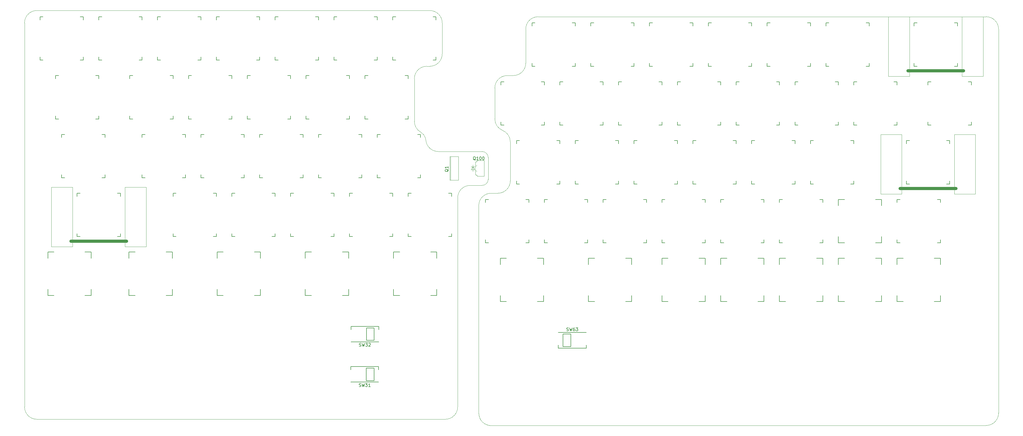
<source format=gbr>
G04 #@! TF.GenerationSoftware,KiCad,Pcbnew,(5.1.4)-1*
G04 #@! TF.CreationDate,2020-03-09T13:06:10+09:00*
G04 #@! TF.ProjectId,skc03,736b6330-332e-46b6-9963-61645f706362,03*
G04 #@! TF.SameCoordinates,PX7565b60PY115170f0*
G04 #@! TF.FileFunction,Legend,Top*
G04 #@! TF.FilePolarity,Positive*
%FSLAX46Y46*%
G04 Gerber Fmt 4.6, Leading zero omitted, Abs format (unit mm)*
G04 Created by KiCad (PCBNEW (5.1.4)-1) date 2020-03-09 13:06:10*
%MOMM*%
%LPD*%
G04 APERTURE LIST*
%ADD10C,0.100000*%
%ADD11C,0.120000*%
%ADD12C,1.000000*%
%ADD13C,0.150000*%
G04 APERTURE END LIST*
D10*
X160228499Y7380001D02*
X320228499Y7380001D01*
X156228499Y73830000D02*
X156228499Y78380000D01*
X9424988Y14702327D02*
X9424987Y137379276D01*
X324228499Y11380001D02*
G75*
G02X320228499Y7380001I-4000000J0D01*
G01*
X144422749Y127380726D02*
X144422749Y137379276D01*
X171417299Y135380001D02*
G75*
G02X175417299Y139380001I4000000J0D01*
G01*
X171417299Y135380001D02*
X171417299Y124380000D01*
X13424987Y141379275D02*
X140422750Y141379275D01*
X171417299Y124380000D02*
G75*
G02X167417299Y120380000I-4000000J0D01*
G01*
X320228499Y139380001D02*
G75*
G02X324228499Y135380001I0J-4000000D01*
G01*
X324228499Y11380001D02*
X324228499Y135380001D01*
X165424999Y120380001D02*
X167417299Y120380001D01*
X161425000Y116380001D02*
G75*
G02X165424999Y120380000I3999999J0D01*
G01*
X320228499Y139380001D02*
X175417299Y139380000D01*
X9424988Y137379276D02*
G75*
G02X13424987Y141379275I3999999J0D01*
G01*
X140422750Y141379275D02*
G75*
G02X144422749Y137379276I0J-3999999D01*
G01*
X137476198Y102095543D02*
G75*
G02X135423087Y105589770I1946889J3494227D01*
G01*
X161424999Y106380001D02*
X161425000Y116380001D01*
X163924999Y102671902D02*
G75*
G02X161424999Y106380001I1500000J3708099D01*
G01*
X163925000Y102671900D02*
G75*
G02X166424999Y98963802I-1500000J-3708098D01*
G01*
X166424999Y86380000D02*
X166424999Y98963802D01*
X166424999Y86380000D02*
G75*
G02X162424999Y82380000I-4000000J0D01*
G01*
X160228499Y82380000D02*
X162424999Y82380000D01*
X156228499Y78380000D02*
G75*
G02X160228499Y82380000I4000000J0D01*
G01*
X156228499Y11380001D02*
X156228499Y73830000D01*
X149424988Y80899507D02*
X149424988Y13379275D01*
X149424988Y80899506D02*
G75*
G02X153424976Y84899507I4000000J1D01*
G01*
X157294948Y84899519D02*
X153424976Y84899507D01*
X159294942Y86899517D02*
G75*
G02X157294948Y84899519I-1999999J1D01*
G01*
X159294943Y93859517D02*
X159294943Y86899518D01*
X157294943Y95859517D02*
G75*
G02X159294943Y93859517I0J-2000000D01*
G01*
X143119168Y95859515D02*
X157294942Y95859517D01*
X143119169Y95859515D02*
G75*
G02X139140013Y99451681I-1J4000000D01*
G01*
X138949998Y100325416D02*
G75*
G02X139140013Y99451681I-3789139J-1281568D01*
G01*
X137476198Y102095543D02*
G75*
G02X138949998Y100325416I-1557511J-2795381D01*
G01*
X156247761Y10987932D02*
X156228499Y11380001D01*
X156305358Y10599639D02*
X156247761Y10987932D01*
X156400738Y10218862D02*
X156305358Y10599639D01*
X156532981Y9849267D02*
X156400738Y10218862D01*
X156700814Y9494414D02*
X156532981Y9849267D01*
X156902621Y9157720D02*
X156700814Y9494414D01*
X157136458Y8842427D02*
X156902621Y9157720D01*
X157400072Y8551573D02*
X157136458Y8842427D01*
X157690926Y8287959D02*
X157400072Y8551573D01*
X158006219Y8054122D02*
X157690926Y8287959D01*
X158342913Y7852315D02*
X158006219Y8054122D01*
X158697766Y7684482D02*
X158342913Y7852315D01*
X159067361Y7552239D02*
X158697766Y7684482D01*
X159448138Y7456859D02*
X159067361Y7552239D01*
X159836431Y7399262D02*
X159448138Y7456859D01*
X160228499Y7380001D02*
X159836431Y7399262D01*
X149424988Y13379275D02*
G75*
G02X145424988Y9379275I-4000000J0D01*
G01*
X135423087Y119380727D02*
X135423087Y105589770D01*
X135423088Y119380727D02*
G75*
G02X139423087Y123380726I3999999J0D01*
G01*
X140422750Y123380727D02*
X139423087Y123380726D01*
X144422749Y127380726D02*
G75*
G02X140422750Y123380727I-3999999J0D01*
G01*
X145424988Y9379275D02*
X13424987Y9379275D01*
X9424987Y13379275D02*
X9424988Y14702327D01*
X13424987Y9379275D02*
G75*
G02X9424987Y13379275I0J4000000D01*
G01*
D11*
G04 #@! TO.C,SW39*
X288624999Y139365001D02*
X288624999Y120125001D01*
X288624999Y120125001D02*
X295424999Y120125001D01*
X295424999Y139365001D02*
X295424999Y120125001D01*
X288624999Y139365001D02*
X295424999Y139365001D01*
X312424999Y139365001D02*
X312424999Y120125001D01*
X312424999Y120125001D02*
X319224999Y120125001D01*
X319224999Y139365001D02*
X319224999Y120125001D01*
X312424999Y139365001D02*
X319224999Y139365001D01*
D12*
X294924999Y121880001D02*
X312924999Y121880001D01*
D13*
X297924999Y123380001D02*
X296924999Y123380001D01*
X296924999Y124380001D02*
X296924999Y123380001D01*
X310924999Y137380001D02*
X309924999Y137380001D01*
X310924999Y136380001D02*
X310924999Y137380001D01*
X310924999Y123380001D02*
X310924999Y124380001D01*
X309924999Y123380001D02*
X310924999Y123380001D01*
X296924999Y137380001D02*
X297924999Y137380001D01*
X296924999Y136380001D02*
X296924999Y137380001D01*
G04 #@! TO.C,SW69*
X291424999Y61380001D02*
X291424999Y59380001D01*
X293424999Y61380001D02*
X291424999Y61380001D01*
X291424999Y47380001D02*
X293424999Y47380001D01*
X291424999Y49380001D02*
X291424999Y47380001D01*
X305424999Y47380001D02*
X303424999Y47380001D01*
X305424999Y49380001D02*
X305424999Y47380001D01*
X305424999Y61380001D02*
X305424999Y59380001D01*
X303424999Y61380001D02*
X305424999Y61380001D01*
G04 #@! TO.C,SW66*
X215424999Y61380001D02*
X215424999Y59380001D01*
X217424999Y61380001D02*
X215424999Y61380001D01*
X215424999Y47380001D02*
X217424999Y47380001D01*
X215424999Y49380001D02*
X215424999Y47380001D01*
X229424999Y47380001D02*
X227424999Y47380001D01*
X229424999Y49380001D02*
X229424999Y47380001D01*
X229424999Y61380001D02*
X229424999Y59380001D01*
X227424999Y61380001D02*
X229424999Y61380001D01*
G04 #@! TO.C,SW70*
X272424999Y61380001D02*
X272424999Y59380001D01*
X274424999Y61380001D02*
X272424999Y61380001D01*
X272424999Y47380001D02*
X274424999Y47380001D01*
X272424999Y49380001D02*
X272424999Y47380001D01*
X286424999Y47380001D02*
X284424999Y47380001D01*
X286424999Y49380001D02*
X286424999Y47380001D01*
X286424999Y61380001D02*
X286424999Y59380001D01*
X284424999Y61380001D02*
X286424999Y61380001D01*
G04 #@! TO.C,SW61*
X272424999Y80380001D02*
X272424999Y78380001D01*
X274424999Y80380001D02*
X272424999Y80380001D01*
X272424999Y66380001D02*
X274424999Y66380001D01*
X272424999Y68380001D02*
X272424999Y66380001D01*
X286424999Y66380001D02*
X284424999Y66380001D01*
X286424999Y68380001D02*
X286424999Y66380001D01*
X286424999Y80380001D02*
X286424999Y78380001D01*
X284424999Y80380001D02*
X286424999Y80380001D01*
G04 #@! TO.C,SW68*
X253424999Y61380001D02*
X253424999Y59380001D01*
X255424999Y61380001D02*
X253424999Y61380001D01*
X253424999Y47380001D02*
X255424999Y47380001D01*
X253424999Y49380001D02*
X253424999Y47380001D01*
X267424999Y47380001D02*
X265424999Y47380001D01*
X267424999Y49380001D02*
X267424999Y47380001D01*
X267424999Y61380001D02*
X267424999Y59380001D01*
X265424999Y61380001D02*
X267424999Y61380001D01*
G04 #@! TO.C,SW67*
X234424999Y61380001D02*
X234424999Y59380001D01*
X236424999Y61380001D02*
X234424999Y61380001D01*
X234424999Y47380001D02*
X236424999Y47380001D01*
X234424999Y49380001D02*
X234424999Y47380001D01*
X248424999Y47380001D02*
X246424999Y47380001D01*
X248424999Y49380001D02*
X248424999Y47380001D01*
X248424999Y61380001D02*
X248424999Y59380001D01*
X246424999Y61380001D02*
X248424999Y61380001D01*
G04 #@! TO.C,SW28*
X71675000Y63380000D02*
X71675000Y61380000D01*
X73675000Y63380000D02*
X71675000Y63380000D01*
X71675000Y49380000D02*
X73675000Y49380000D01*
X71675000Y51380000D02*
X71675000Y49380000D01*
X85675000Y49380000D02*
X83675000Y49380000D01*
X85675000Y51380000D02*
X85675000Y49380000D01*
X85675000Y63380000D02*
X85675000Y61380000D01*
X83675000Y63380000D02*
X85675000Y63380000D01*
G04 #@! TO.C,SW29*
X100175000Y63380000D02*
X100175000Y61380000D01*
X102175000Y63380000D02*
X100175000Y63380000D01*
X100175000Y49380000D02*
X102175000Y49380000D01*
X100175000Y51380000D02*
X100175000Y49380000D01*
X114175000Y49380000D02*
X112175000Y49380000D01*
X114175000Y51380000D02*
X114175000Y49380000D01*
X114175000Y63380000D02*
X114175000Y61380000D01*
X112175000Y63380000D02*
X114175000Y63380000D01*
G04 #@! TO.C,SW27*
X43175000Y63380000D02*
X43175000Y61380000D01*
X45175000Y63380000D02*
X43175000Y63380000D01*
X43175000Y49380000D02*
X45175000Y49380000D01*
X43175000Y51380000D02*
X43175000Y49380000D01*
X57175000Y49380000D02*
X55175000Y49380000D01*
X57175000Y51380000D02*
X57175000Y49380000D01*
X57175000Y63380000D02*
X57175000Y61380000D01*
X55175000Y63380000D02*
X57175000Y63380000D01*
G04 #@! TO.C,SW65*
X191674999Y61380001D02*
X191674999Y59380001D01*
X193674999Y61380001D02*
X191674999Y61380001D01*
X191674999Y47380001D02*
X193674999Y47380001D01*
X191674999Y49380001D02*
X191674999Y47380001D01*
X205674999Y47380001D02*
X203674999Y47380001D01*
X205674999Y49380001D02*
X205674999Y47380001D01*
X205674999Y61380001D02*
X205674999Y59380001D01*
X203674999Y61380001D02*
X205674999Y61380001D01*
G04 #@! TO.C,SW64*
X163174999Y61380001D02*
X163174999Y59380001D01*
X165174999Y61380001D02*
X163174999Y61380001D01*
X163174999Y47380001D02*
X165174999Y47380001D01*
X163174999Y49380001D02*
X163174999Y47380001D01*
X177174999Y47380001D02*
X175174999Y47380001D01*
X177174999Y49380001D02*
X177174999Y47380001D01*
X177174999Y61380001D02*
X177174999Y59380001D01*
X175174999Y61380001D02*
X177174999Y61380001D01*
G04 #@! TO.C,SW30*
X128675000Y63380000D02*
X128675000Y61380000D01*
X130675000Y63380000D02*
X128675000Y63380000D01*
X128675000Y49380000D02*
X130675000Y49380000D01*
X128675000Y51380000D02*
X128675000Y49380000D01*
X142675000Y49380000D02*
X140675000Y49380000D01*
X142675000Y51380000D02*
X142675000Y49380000D01*
X142675000Y63380000D02*
X142675000Y61380000D01*
X140675000Y63380000D02*
X142675000Y63380000D01*
G04 #@! TO.C,SW26*
X16956960Y63380000D02*
X16956960Y61380000D01*
X18956960Y63380000D02*
X16956960Y63380000D01*
X16956960Y49380000D02*
X18956960Y49380000D01*
X16956960Y51380000D02*
X16956960Y49380000D01*
X30956960Y49380000D02*
X28956960Y49380000D01*
X30956960Y51380000D02*
X30956960Y49380000D01*
X30956960Y63380000D02*
X30956960Y61380000D01*
X28956960Y63380000D02*
X30956960Y63380000D01*
D11*
G04 #@! TO.C,SW20*
X41925000Y84365000D02*
X41925000Y65125000D01*
X41925000Y65125000D02*
X48725000Y65125000D01*
X48725000Y84365000D02*
X48725000Y65125000D01*
X41925000Y84365000D02*
X48725000Y84365000D01*
X18125000Y84365000D02*
X18125000Y65125000D01*
X24925000Y65125000D02*
X18125000Y65125000D01*
X24925000Y84365000D02*
X24925000Y65125000D01*
X18125000Y84365000D02*
X24925000Y84365000D01*
D12*
X24425000Y66880000D02*
X42425000Y66880000D01*
D13*
X27425000Y68380000D02*
X26425000Y68380000D01*
X26425000Y69380000D02*
X26425000Y68380000D01*
X40425000Y82380000D02*
X39425000Y82380000D01*
X40425000Y81380000D02*
X40425000Y82380000D01*
X40425000Y68380000D02*
X40425000Y69380000D01*
X39425000Y68380000D02*
X40425000Y68380000D01*
X26425000Y82380000D02*
X27425000Y82380000D01*
X26425000Y81380000D02*
X26425000Y82380000D01*
D11*
G04 #@! TO.C,SW54*
X309924999Y101365001D02*
X309924999Y82125001D01*
X309924999Y82125001D02*
X316724999Y82125001D01*
X316724999Y101365001D02*
X316724999Y82125001D01*
X309924999Y101365001D02*
X316724999Y101365001D01*
X286124999Y101365001D02*
X286124999Y82125001D01*
X292924999Y82125001D02*
X286124999Y82125001D01*
X292924999Y101365001D02*
X292924999Y82125001D01*
X286124999Y101365001D02*
X292924999Y101365001D01*
D12*
X292424999Y83880001D02*
X310424999Y83880001D01*
D13*
X295424999Y85380001D02*
X294424999Y85380001D01*
X294424999Y86380001D02*
X294424999Y85380001D01*
X308424999Y99380001D02*
X307424999Y99380001D01*
X308424999Y98380001D02*
X308424999Y99380001D01*
X308424999Y85380001D02*
X308424999Y86380001D01*
X307424999Y85380001D02*
X308424999Y85380001D01*
X294424999Y99380001D02*
X295424999Y99380001D01*
X294424999Y98380001D02*
X294424999Y99380001D01*
G04 #@! TO.C,SW14*
X22425000Y87380000D02*
X21425000Y87380000D01*
X21425000Y88380000D02*
X21425000Y87380000D01*
X35425000Y101380000D02*
X34425000Y101380000D01*
X35425000Y100380000D02*
X35425000Y101380000D01*
X35425000Y87380000D02*
X35425000Y88380000D01*
X34425000Y87380000D02*
X35425000Y87380000D01*
X21425000Y101380000D02*
X22425000Y101380000D01*
X21425000Y100380000D02*
X21425000Y101380000D01*
G04 #@! TO.C,SW47*
X302424999Y104380001D02*
X301424999Y104380001D01*
X301424999Y105380001D02*
X301424999Y104380001D01*
X315424999Y118380001D02*
X314424999Y118380001D01*
X315424999Y117380001D02*
X315424999Y118380001D01*
X315424999Y104380001D02*
X315424999Y105380001D01*
X314424999Y104380001D02*
X315424999Y104380001D01*
X301424999Y118380001D02*
X302424999Y118380001D01*
X301424999Y117380001D02*
X301424999Y118380001D01*
G04 #@! TO.C,SW8*
X20425000Y106380000D02*
X19425000Y106380000D01*
X19425000Y107380000D02*
X19425000Y106380000D01*
X33425000Y120380000D02*
X32425000Y120380000D01*
X33425000Y119380000D02*
X33425000Y120380000D01*
X33425000Y106380000D02*
X33425000Y107380000D01*
X32425000Y106380000D02*
X33425000Y106380000D01*
X19425000Y120380000D02*
X20425000Y120380000D01*
X19425000Y119380000D02*
X19425000Y120380000D01*
G04 #@! TO.C,SW3*
X53425000Y125380000D02*
X52425000Y125380000D01*
X52425000Y126380000D02*
X52425000Y125380000D01*
X66425000Y139380000D02*
X65425000Y139380000D01*
X66425000Y138380000D02*
X66425000Y139380000D01*
X66425000Y125380000D02*
X66425000Y126380000D01*
X65425000Y125380000D02*
X66425000Y125380000D01*
X52425000Y139380000D02*
X53425000Y139380000D01*
X52425000Y138380000D02*
X52425000Y139380000D01*
G04 #@! TO.C,SW19*
X124425000Y87380000D02*
X123425000Y87380000D01*
X123425000Y88380000D02*
X123425000Y87380000D01*
X137425000Y101380000D02*
X136425000Y101380000D01*
X137425000Y100380000D02*
X137425000Y101380000D01*
X137425000Y87380000D02*
X137425000Y88380000D01*
X136425000Y87380000D02*
X137425000Y87380000D01*
X123425000Y101380000D02*
X124425000Y101380000D01*
X123425000Y100380000D02*
X123425000Y101380000D01*
G04 #@! TO.C,SW6*
X110425000Y125380000D02*
X109425000Y125380000D01*
X109425000Y126380000D02*
X109425000Y125380000D01*
X123425000Y139380000D02*
X122425000Y139380000D01*
X123425000Y138380000D02*
X123425000Y139380000D01*
X123425000Y125380000D02*
X123425000Y126380000D01*
X122425000Y125380000D02*
X123425000Y125380000D01*
X109425000Y139380000D02*
X110425000Y139380000D01*
X109425000Y138380000D02*
X109425000Y139380000D01*
G04 #@! TO.C,SW24*
X115425000Y68380000D02*
X114425000Y68380000D01*
X114425000Y69380000D02*
X114425000Y68380000D01*
X128425000Y82380000D02*
X127425000Y82380000D01*
X128425000Y81380000D02*
X128425000Y82380000D01*
X128425000Y68380000D02*
X128425000Y69380000D01*
X127425000Y68380000D02*
X128425000Y68380000D01*
X114425000Y82380000D02*
X115425000Y82380000D01*
X114425000Y81380000D02*
X114425000Y82380000D01*
G04 #@! TO.C,SW44*
X240424999Y104380001D02*
X239424999Y104380001D01*
X239424999Y105380001D02*
X239424999Y104380001D01*
X253424999Y118380001D02*
X252424999Y118380001D01*
X253424999Y117380001D02*
X253424999Y118380001D01*
X253424999Y104380001D02*
X253424999Y105380001D01*
X252424999Y104380001D02*
X253424999Y104380001D01*
X239424999Y118380001D02*
X240424999Y118380001D01*
X239424999Y117380001D02*
X239424999Y118380001D01*
G04 #@! TO.C,SW62*
X292424999Y66380001D02*
X291424999Y66380001D01*
X291424999Y67380001D02*
X291424999Y66380001D01*
X305424999Y80380001D02*
X304424999Y80380001D01*
X305424999Y79380001D02*
X305424999Y80380001D01*
X305424999Y66380001D02*
X305424999Y67380001D01*
X304424999Y66380001D02*
X305424999Y66380001D01*
X291424999Y80380001D02*
X292424999Y80380001D01*
X291424999Y79380001D02*
X291424999Y80380001D01*
G04 #@! TO.C,SW60*
X254424999Y66380001D02*
X253424999Y66380001D01*
X253424999Y67380001D02*
X253424999Y66380001D01*
X267424999Y80380001D02*
X266424999Y80380001D01*
X267424999Y79380001D02*
X267424999Y80380001D01*
X267424999Y66380001D02*
X267424999Y67380001D01*
X266424999Y66380001D02*
X267424999Y66380001D01*
X253424999Y80380001D02*
X254424999Y80380001D01*
X253424999Y79380001D02*
X253424999Y80380001D01*
G04 #@! TO.C,SW25*
X134425000Y68380000D02*
X133425000Y68380000D01*
X133425000Y69380000D02*
X133425000Y68380000D01*
X147425000Y82380000D02*
X146425000Y82380000D01*
X147425000Y81380000D02*
X147425000Y82380000D01*
X147425000Y68380000D02*
X147425000Y69380000D01*
X146425000Y68380000D02*
X147425000Y68380000D01*
X133425000Y82380000D02*
X134425000Y82380000D01*
X133425000Y81380000D02*
X133425000Y82380000D01*
G04 #@! TO.C,SW38*
X269424999Y123380001D02*
X268424999Y123380001D01*
X268424999Y124380001D02*
X268424999Y123380001D01*
X282424999Y137380001D02*
X281424999Y137380001D01*
X282424999Y136380001D02*
X282424999Y137380001D01*
X282424999Y123380001D02*
X282424999Y124380001D01*
X281424999Y123380001D02*
X282424999Y123380001D01*
X268424999Y137380001D02*
X269424999Y137380001D01*
X268424999Y136380001D02*
X268424999Y137380001D01*
G04 #@! TO.C,SW59*
X235424999Y66380001D02*
X234424999Y66380001D01*
X234424999Y67380001D02*
X234424999Y66380001D01*
X248424999Y80380001D02*
X247424999Y80380001D01*
X248424999Y79380001D02*
X248424999Y80380001D01*
X248424999Y66380001D02*
X248424999Y67380001D01*
X247424999Y66380001D02*
X248424999Y66380001D01*
X234424999Y80380001D02*
X235424999Y80380001D01*
X234424999Y79380001D02*
X234424999Y80380001D01*
G04 #@! TO.C,SW58*
X216424999Y66380001D02*
X215424999Y66380001D01*
X215424999Y67380001D02*
X215424999Y66380001D01*
X229424999Y80380001D02*
X228424999Y80380001D01*
X229424999Y79380001D02*
X229424999Y80380001D01*
X229424999Y66380001D02*
X229424999Y67380001D01*
X228424999Y66380001D02*
X229424999Y66380001D01*
X215424999Y80380001D02*
X216424999Y80380001D01*
X215424999Y79380001D02*
X215424999Y80380001D01*
G04 #@! TO.C,SW57*
X197424999Y66380001D02*
X196424999Y66380001D01*
X196424999Y67380001D02*
X196424999Y66380001D01*
X210424999Y80380001D02*
X209424999Y80380001D01*
X210424999Y79380001D02*
X210424999Y80380001D01*
X210424999Y66380001D02*
X210424999Y67380001D01*
X209424999Y66380001D02*
X210424999Y66380001D01*
X196424999Y80380001D02*
X197424999Y80380001D01*
X196424999Y79380001D02*
X196424999Y80380001D01*
G04 #@! TO.C,SW56*
X178424999Y66380001D02*
X177424999Y66380001D01*
X177424999Y67380001D02*
X177424999Y66380001D01*
X191424999Y80380001D02*
X190424999Y80380001D01*
X191424999Y79380001D02*
X191424999Y80380001D01*
X191424999Y66380001D02*
X191424999Y67380001D01*
X190424999Y66380001D02*
X191424999Y66380001D01*
X177424999Y80380001D02*
X178424999Y80380001D01*
X177424999Y79380001D02*
X177424999Y80380001D01*
G04 #@! TO.C,SW55*
X159424999Y66380001D02*
X158424999Y66380001D01*
X158424999Y67380001D02*
X158424999Y66380001D01*
X172424999Y80380001D02*
X171424999Y80380001D01*
X172424999Y79380001D02*
X172424999Y80380001D01*
X172424999Y66380001D02*
X172424999Y67380001D01*
X171424999Y66380001D02*
X172424999Y66380001D01*
X158424999Y80380001D02*
X159424999Y80380001D01*
X158424999Y79380001D02*
X158424999Y80380001D01*
G04 #@! TO.C,SW53*
X264424999Y85380001D02*
X263424999Y85380001D01*
X263424999Y86380001D02*
X263424999Y85380001D01*
X277424999Y99380001D02*
X276424999Y99380001D01*
X277424999Y98380001D02*
X277424999Y99380001D01*
X277424999Y85380001D02*
X277424999Y86380001D01*
X276424999Y85380001D02*
X277424999Y85380001D01*
X263424999Y99380001D02*
X264424999Y99380001D01*
X263424999Y98380001D02*
X263424999Y99380001D01*
G04 #@! TO.C,SW52*
X245424999Y85380001D02*
X244424999Y85380001D01*
X244424999Y86380001D02*
X244424999Y85380001D01*
X258424999Y99380001D02*
X257424999Y99380001D01*
X258424999Y98380001D02*
X258424999Y99380001D01*
X258424999Y85380001D02*
X258424999Y86380001D01*
X257424999Y85380001D02*
X258424999Y85380001D01*
X244424999Y99380001D02*
X245424999Y99380001D01*
X244424999Y98380001D02*
X244424999Y99380001D01*
G04 #@! TO.C,SW51*
X226424999Y85380001D02*
X225424999Y85380001D01*
X225424999Y86380001D02*
X225424999Y85380001D01*
X239424999Y99380001D02*
X238424999Y99380001D01*
X239424999Y98380001D02*
X239424999Y99380001D01*
X239424999Y85380001D02*
X239424999Y86380001D01*
X238424999Y85380001D02*
X239424999Y85380001D01*
X225424999Y99380001D02*
X226424999Y99380001D01*
X225424999Y98380001D02*
X225424999Y99380001D01*
G04 #@! TO.C,SW50*
X207424999Y85380001D02*
X206424999Y85380001D01*
X206424999Y86380001D02*
X206424999Y85380001D01*
X220424999Y99380001D02*
X219424999Y99380001D01*
X220424999Y98380001D02*
X220424999Y99380001D01*
X220424999Y85380001D02*
X220424999Y86380001D01*
X219424999Y85380001D02*
X220424999Y85380001D01*
X206424999Y99380001D02*
X207424999Y99380001D01*
X206424999Y98380001D02*
X206424999Y99380001D01*
G04 #@! TO.C,SW49*
X188424999Y85380001D02*
X187424999Y85380001D01*
X187424999Y86380001D02*
X187424999Y85380001D01*
X201424999Y99380001D02*
X200424999Y99380001D01*
X201424999Y98380001D02*
X201424999Y99380001D01*
X201424999Y85380001D02*
X201424999Y86380001D01*
X200424999Y85380001D02*
X201424999Y85380001D01*
X187424999Y99380001D02*
X188424999Y99380001D01*
X187424999Y98380001D02*
X187424999Y99380001D01*
G04 #@! TO.C,SW48*
X169424999Y85380001D02*
X168424999Y85380001D01*
X168424999Y86380001D02*
X168424999Y85380001D01*
X182424999Y99380001D02*
X181424999Y99380001D01*
X182424999Y98380001D02*
X182424999Y99380001D01*
X182424999Y85380001D02*
X182424999Y86380001D01*
X181424999Y85380001D02*
X182424999Y85380001D01*
X168424999Y99380001D02*
X169424999Y99380001D01*
X168424999Y98380001D02*
X168424999Y99380001D01*
G04 #@! TO.C,SW46*
X278424999Y104380001D02*
X277424999Y104380001D01*
X277424999Y105380001D02*
X277424999Y104380001D01*
X291424999Y118380001D02*
X290424999Y118380001D01*
X291424999Y117380001D02*
X291424999Y118380001D01*
X291424999Y104380001D02*
X291424999Y105380001D01*
X290424999Y104380001D02*
X291424999Y104380001D01*
X277424999Y118380001D02*
X278424999Y118380001D01*
X277424999Y117380001D02*
X277424999Y118380001D01*
G04 #@! TO.C,SW45*
X259424999Y104380001D02*
X258424999Y104380001D01*
X258424999Y105380001D02*
X258424999Y104380001D01*
X272424999Y118380001D02*
X271424999Y118380001D01*
X272424999Y117380001D02*
X272424999Y118380001D01*
X272424999Y104380001D02*
X272424999Y105380001D01*
X271424999Y104380001D02*
X272424999Y104380001D01*
X258424999Y118380001D02*
X259424999Y118380001D01*
X258424999Y117380001D02*
X258424999Y118380001D01*
G04 #@! TO.C,SW43*
X221424999Y104380001D02*
X220424999Y104380001D01*
X220424999Y105380001D02*
X220424999Y104380001D01*
X234424999Y118380001D02*
X233424999Y118380001D01*
X234424999Y117380001D02*
X234424999Y118380001D01*
X234424999Y104380001D02*
X234424999Y105380001D01*
X233424999Y104380001D02*
X234424999Y104380001D01*
X220424999Y118380001D02*
X221424999Y118380001D01*
X220424999Y117380001D02*
X220424999Y118380001D01*
G04 #@! TO.C,SW42*
X202424999Y104380001D02*
X201424999Y104380001D01*
X201424999Y105380001D02*
X201424999Y104380001D01*
X215424999Y118380001D02*
X214424999Y118380001D01*
X215424999Y117380001D02*
X215424999Y118380001D01*
X215424999Y104380001D02*
X215424999Y105380001D01*
X214424999Y104380001D02*
X215424999Y104380001D01*
X201424999Y118380001D02*
X202424999Y118380001D01*
X201424999Y117380001D02*
X201424999Y118380001D01*
G04 #@! TO.C,SW41*
X183424999Y104380001D02*
X182424999Y104380001D01*
X182424999Y105380001D02*
X182424999Y104380001D01*
X196424999Y118380001D02*
X195424999Y118380001D01*
X196424999Y117380001D02*
X196424999Y118380001D01*
X196424999Y104380001D02*
X196424999Y105380001D01*
X195424999Y104380001D02*
X196424999Y104380001D01*
X182424999Y118380001D02*
X183424999Y118380001D01*
X182424999Y117380001D02*
X182424999Y118380001D01*
G04 #@! TO.C,SW40*
X164424999Y104380001D02*
X163424999Y104380001D01*
X163424999Y105380001D02*
X163424999Y104380001D01*
X177424999Y118380001D02*
X176424999Y118380001D01*
X177424999Y117380001D02*
X177424999Y118380001D01*
X177424999Y104380001D02*
X177424999Y105380001D01*
X176424999Y104380001D02*
X177424999Y104380001D01*
X163424999Y118380001D02*
X164424999Y118380001D01*
X163424999Y117380001D02*
X163424999Y118380001D01*
G04 #@! TO.C,SW37*
X250424999Y123380001D02*
X249424999Y123380001D01*
X249424999Y124380001D02*
X249424999Y123380001D01*
X263424999Y137380001D02*
X262424999Y137380001D01*
X263424999Y136380001D02*
X263424999Y137380001D01*
X263424999Y123380001D02*
X263424999Y124380001D01*
X262424999Y123380001D02*
X263424999Y123380001D01*
X249424999Y137380001D02*
X250424999Y137380001D01*
X249424999Y136380001D02*
X249424999Y137380001D01*
G04 #@! TO.C,SW36*
X231424999Y123380001D02*
X230424999Y123380001D01*
X230424999Y124380001D02*
X230424999Y123380001D01*
X244424999Y137380001D02*
X243424999Y137380001D01*
X244424999Y136380001D02*
X244424999Y137380001D01*
X244424999Y123380001D02*
X244424999Y124380001D01*
X243424999Y123380001D02*
X244424999Y123380001D01*
X230424999Y137380001D02*
X231424999Y137380001D01*
X230424999Y136380001D02*
X230424999Y137380001D01*
G04 #@! TO.C,SW35*
X212424999Y123380001D02*
X211424999Y123380001D01*
X211424999Y124380001D02*
X211424999Y123380001D01*
X225424999Y137380001D02*
X224424999Y137380001D01*
X225424999Y136380001D02*
X225424999Y137380001D01*
X225424999Y123380001D02*
X225424999Y124380001D01*
X224424999Y123380001D02*
X225424999Y123380001D01*
X211424999Y137380001D02*
X212424999Y137380001D01*
X211424999Y136380001D02*
X211424999Y137380001D01*
G04 #@! TO.C,SW34*
X193424999Y123380001D02*
X192424999Y123380001D01*
X192424999Y124380001D02*
X192424999Y123380001D01*
X206424999Y137380001D02*
X205424999Y137380001D01*
X206424999Y136380001D02*
X206424999Y137380001D01*
X206424999Y123380001D02*
X206424999Y124380001D01*
X205424999Y123380001D02*
X206424999Y123380001D01*
X192424999Y137380001D02*
X193424999Y137380001D01*
X192424999Y136380001D02*
X192424999Y137380001D01*
G04 #@! TO.C,SW33*
X174424999Y123380001D02*
X173424999Y123380001D01*
X173424999Y124380001D02*
X173424999Y123380001D01*
X187424999Y137380001D02*
X186424999Y137380001D01*
X187424999Y136380001D02*
X187424999Y137380001D01*
X187424999Y123380001D02*
X187424999Y124380001D01*
X186424999Y123380001D02*
X187424999Y123380001D01*
X173424999Y137380001D02*
X174424999Y137380001D01*
X173424999Y136380001D02*
X173424999Y137380001D01*
G04 #@! TO.C,SW23*
X96425000Y68380000D02*
X95425000Y68380000D01*
X95425000Y69380000D02*
X95425000Y68380000D01*
X109425000Y82380000D02*
X108425000Y82380000D01*
X109425000Y81380000D02*
X109425000Y82380000D01*
X109425000Y68380000D02*
X109425000Y69380000D01*
X108425000Y68380000D02*
X109425000Y68380000D01*
X95425000Y82380000D02*
X96425000Y82380000D01*
X95425000Y81380000D02*
X95425000Y82380000D01*
G04 #@! TO.C,SW22*
X77425000Y68380000D02*
X76425000Y68380000D01*
X76425000Y69380000D02*
X76425000Y68380000D01*
X90425000Y82380000D02*
X89425000Y82380000D01*
X90425000Y81380000D02*
X90425000Y82380000D01*
X90425000Y68380000D02*
X90425000Y69380000D01*
X89425000Y68380000D02*
X90425000Y68380000D01*
X76425000Y82380000D02*
X77425000Y82380000D01*
X76425000Y81380000D02*
X76425000Y82380000D01*
G04 #@! TO.C,SW21*
X58425000Y68380000D02*
X57425000Y68380000D01*
X57425000Y69380000D02*
X57425000Y68380000D01*
X71425000Y82380000D02*
X70425000Y82380000D01*
X71425000Y81380000D02*
X71425000Y82380000D01*
X71425000Y68380000D02*
X71425000Y69380000D01*
X70425000Y68380000D02*
X71425000Y68380000D01*
X57425000Y82380000D02*
X58425000Y82380000D01*
X57425000Y81380000D02*
X57425000Y82380000D01*
G04 #@! TO.C,SW18*
X105425000Y87380000D02*
X104425000Y87380000D01*
X104425000Y88380000D02*
X104425000Y87380000D01*
X118425000Y101380000D02*
X117425000Y101380000D01*
X118425000Y100380000D02*
X118425000Y101380000D01*
X118425000Y87380000D02*
X118425000Y88380000D01*
X117425000Y87380000D02*
X118425000Y87380000D01*
X104425000Y101380000D02*
X105425000Y101380000D01*
X104425000Y100380000D02*
X104425000Y101380000D01*
G04 #@! TO.C,SW17*
X86425000Y87380000D02*
X85425000Y87380000D01*
X85425000Y88380000D02*
X85425000Y87380000D01*
X99425000Y101380000D02*
X98425000Y101380000D01*
X99425000Y100380000D02*
X99425000Y101380000D01*
X99425000Y87380000D02*
X99425000Y88380000D01*
X98425000Y87380000D02*
X99425000Y87380000D01*
X85425000Y101380000D02*
X86425000Y101380000D01*
X85425000Y100380000D02*
X85425000Y101380000D01*
G04 #@! TO.C,SW16*
X67425000Y87380000D02*
X66425000Y87380000D01*
X66425000Y88380000D02*
X66425000Y87380000D01*
X80425000Y101380000D02*
X79425000Y101380000D01*
X80425000Y100380000D02*
X80425000Y101380000D01*
X80425000Y87380000D02*
X80425000Y88380000D01*
X79425000Y87380000D02*
X80425000Y87380000D01*
X66425000Y101380000D02*
X67425000Y101380000D01*
X66425000Y100380000D02*
X66425000Y101380000D01*
G04 #@! TO.C,SW15*
X48425000Y87380000D02*
X47425000Y87380000D01*
X47425000Y88380000D02*
X47425000Y87380000D01*
X61425000Y101380000D02*
X60425000Y101380000D01*
X61425000Y100380000D02*
X61425000Y101380000D01*
X61425000Y87380000D02*
X61425000Y88380000D01*
X60425000Y87380000D02*
X61425000Y87380000D01*
X47425000Y101380000D02*
X48425000Y101380000D01*
X47425000Y100380000D02*
X47425000Y101380000D01*
G04 #@! TO.C,SW13*
X120425000Y106380000D02*
X119425000Y106380000D01*
X119425000Y107380000D02*
X119425000Y106380000D01*
X133425000Y120380000D02*
X132425000Y120380000D01*
X133425000Y119380000D02*
X133425000Y120380000D01*
X133425000Y106380000D02*
X133425000Y107380000D01*
X132425000Y106380000D02*
X133425000Y106380000D01*
X119425000Y120380000D02*
X120425000Y120380000D01*
X119425000Y119380000D02*
X119425000Y120380000D01*
G04 #@! TO.C,SW12*
X101425000Y106380000D02*
X100425000Y106380000D01*
X100425000Y107380000D02*
X100425000Y106380000D01*
X114425000Y120380000D02*
X113425000Y120380000D01*
X114425000Y119380000D02*
X114425000Y120380000D01*
X114425000Y106380000D02*
X114425000Y107380000D01*
X113425000Y106380000D02*
X114425000Y106380000D01*
X100425000Y120380000D02*
X101425000Y120380000D01*
X100425000Y119380000D02*
X100425000Y120380000D01*
G04 #@! TO.C,SW11*
X82425000Y106380000D02*
X81425000Y106380000D01*
X81425000Y107380000D02*
X81425000Y106380000D01*
X95425000Y120380000D02*
X94425000Y120380000D01*
X95425000Y119380000D02*
X95425000Y120380000D01*
X95425000Y106380000D02*
X95425000Y107380000D01*
X94425000Y106380000D02*
X95425000Y106380000D01*
X81425000Y120380000D02*
X82425000Y120380000D01*
X81425000Y119380000D02*
X81425000Y120380000D01*
G04 #@! TO.C,SW10*
X63425000Y106380000D02*
X62425000Y106380000D01*
X62425000Y107380000D02*
X62425000Y106380000D01*
X76425000Y120380000D02*
X75425000Y120380000D01*
X76425000Y119380000D02*
X76425000Y120380000D01*
X76425000Y106380000D02*
X76425000Y107380000D01*
X75425000Y106380000D02*
X76425000Y106380000D01*
X62425000Y120380000D02*
X63425000Y120380000D01*
X62425000Y119380000D02*
X62425000Y120380000D01*
G04 #@! TO.C,SW9*
X44425000Y106380000D02*
X43425000Y106380000D01*
X43425000Y107380000D02*
X43425000Y106380000D01*
X57425000Y120380000D02*
X56425000Y120380000D01*
X57425000Y119380000D02*
X57425000Y120380000D01*
X57425000Y106380000D02*
X57425000Y107380000D01*
X56425000Y106380000D02*
X57425000Y106380000D01*
X43425000Y120380000D02*
X44425000Y120380000D01*
X43425000Y119380000D02*
X43425000Y120380000D01*
G04 #@! TO.C,SW7*
X129425000Y125380000D02*
X128425000Y125380000D01*
X128425000Y126380000D02*
X128425000Y125380000D01*
X142425000Y139380000D02*
X141425000Y139380000D01*
X142425000Y138380000D02*
X142425000Y139380000D01*
X142425000Y125380000D02*
X142425000Y126380000D01*
X141425000Y125380000D02*
X142425000Y125380000D01*
X128425000Y139380000D02*
X129425000Y139380000D01*
X128425000Y138380000D02*
X128425000Y139380000D01*
G04 #@! TO.C,SW5*
X91425000Y125380000D02*
X90425000Y125380000D01*
X90425000Y126380000D02*
X90425000Y125380000D01*
X104425000Y139380000D02*
X103425000Y139380000D01*
X104425000Y138380000D02*
X104425000Y139380000D01*
X104425000Y125380000D02*
X104425000Y126380000D01*
X103425000Y125380000D02*
X104425000Y125380000D01*
X90425000Y139380000D02*
X91425000Y139380000D01*
X90425000Y138380000D02*
X90425000Y139380000D01*
G04 #@! TO.C,SW4*
X72425000Y125380000D02*
X71425000Y125380000D01*
X71425000Y126380000D02*
X71425000Y125380000D01*
X85425000Y139380000D02*
X84425000Y139380000D01*
X85425000Y138380000D02*
X85425000Y139380000D01*
X85425000Y125380000D02*
X85425000Y126380000D01*
X84425000Y125380000D02*
X85425000Y125380000D01*
X71425000Y139380000D02*
X72425000Y139380000D01*
X71425000Y138380000D02*
X71425000Y139380000D01*
G04 #@! TO.C,SW2*
X34425000Y125380000D02*
X33425000Y125380000D01*
X33425000Y126380000D02*
X33425000Y125380000D01*
X47425000Y139380000D02*
X46425000Y139380000D01*
X47425000Y138380000D02*
X47425000Y139380000D01*
X47425000Y125380000D02*
X47425000Y126380000D01*
X46425000Y125380000D02*
X47425000Y125380000D01*
X33425000Y139380000D02*
X34425000Y139380000D01*
X33425000Y138380000D02*
X33425000Y139380000D01*
G04 #@! TO.C,SW1*
X15425000Y125380000D02*
X14425000Y125380000D01*
X14425000Y126380000D02*
X14425000Y125380000D01*
X28425000Y139380000D02*
X27425000Y139380000D01*
X28425000Y138380000D02*
X28425000Y139380000D01*
X28425000Y125380000D02*
X28425000Y126380000D01*
X27425000Y125380000D02*
X28425000Y125380000D01*
X14425000Y139380000D02*
X15425000Y139380000D01*
X14425000Y138380000D02*
X14425000Y139380000D01*
G04 #@! TO.C,SW31*
X123874998Y21380001D02*
X114874998Y21380001D01*
X114874998Y25380001D02*
X114874998Y26380001D01*
X123874998Y26380001D02*
X114874998Y26380001D01*
X123874998Y26380001D02*
X123874998Y25380001D01*
X121874998Y21880001D02*
X119874998Y21880001D01*
X119874998Y21880001D02*
X119874998Y25880001D01*
X119874998Y25880001D02*
X122374998Y25880001D01*
X122374998Y25880001D02*
X122374998Y21880001D01*
X122374998Y21880001D02*
X121874998Y21880001D01*
G04 #@! TO.C,SW32*
X123925000Y34380000D02*
X114925000Y34380000D01*
X114925000Y38380000D02*
X114925000Y39380000D01*
X123925000Y39380000D02*
X114925000Y39380000D01*
X123925000Y39380000D02*
X123925000Y38380000D01*
X121925000Y34880000D02*
X119925000Y34880000D01*
X119925000Y34880000D02*
X119925000Y38880000D01*
X119925000Y38880000D02*
X122425000Y38880000D01*
X122425000Y38880000D02*
X122425000Y34880000D01*
X122425000Y34880000D02*
X121925000Y34880000D01*
G04 #@! TO.C,SW63*
X181949999Y37380001D02*
X190949999Y37380001D01*
X190949999Y33380001D02*
X190949999Y32380001D01*
X181949999Y32380001D02*
X190949999Y32380001D01*
X181949999Y32380001D02*
X181949999Y33380001D01*
X183949999Y36880001D02*
X185949999Y36880001D01*
X185949999Y36880001D02*
X185949999Y32880001D01*
X185949999Y32880001D02*
X183449999Y32880001D01*
X183449999Y32880001D02*
X183449999Y36880001D01*
X183449999Y36880001D02*
X183949999Y36880001D01*
D11*
G04 #@! TO.C,Q100*
X153758943Y89998516D02*
X154330443Y90887516D01*
X154901943Y89998516D02*
X153758943Y89998516D01*
X154330443Y90887516D02*
X154901943Y89998516D01*
X153758943Y90887516D02*
X154901943Y90887516D01*
X154330443Y89427016D02*
X154330443Y91522516D01*
X155155943Y92411516D02*
X155155943Y92157516D01*
X155663943Y92665516D02*
X155155943Y92411516D01*
X155663943Y92919516D02*
X155663943Y92665516D01*
X155155943Y92157516D02*
X155155943Y90887516D01*
X155155943Y88347516D02*
X155155943Y89871516D01*
X155663943Y88093516D02*
X155155943Y88347516D01*
X157949943Y90379516D02*
X157949943Y87839516D01*
X155663943Y87839516D02*
X155663943Y88093516D01*
X157949943Y87839516D02*
X155663943Y87839516D01*
X157949943Y92919516D02*
X155663943Y92919516D01*
X157949943Y90379516D02*
X157949943Y92919516D01*
X155663943Y89363518D02*
G75*
G02X155663944Y91395515I508000J1015998D01*
G01*
G04 #@! TO.C,Q1*
X149694943Y94189516D02*
X149694943Y86569516D01*
X149694943Y86569516D02*
X147154943Y86569516D01*
X147154943Y94189516D02*
X149694943Y94189516D01*
X147154943Y94189516D02*
X146900943Y94189516D01*
X146900943Y94189516D02*
X146900943Y86569516D01*
X146900943Y86569516D02*
X147154943Y86569516D01*
X147154943Y86569516D02*
X147154943Y89617516D01*
X147154943Y89617516D02*
X147154943Y94189516D01*
G04 #@! TD*
G04 #@! TO.C,SW31*
D13*
X117565474Y19975240D02*
X117708331Y19927621D01*
X117946426Y19927621D01*
X118041664Y19975240D01*
X118089283Y20022859D01*
X118136902Y20118097D01*
X118136902Y20213335D01*
X118089283Y20308573D01*
X118041664Y20356192D01*
X117946426Y20403811D01*
X117755950Y20451430D01*
X117660712Y20499049D01*
X117613093Y20546668D01*
X117565474Y20641906D01*
X117565474Y20737144D01*
X117613093Y20832382D01*
X117660712Y20880001D01*
X117755950Y20927621D01*
X117994045Y20927621D01*
X118136902Y20880001D01*
X118470236Y20927621D02*
X118708331Y19927621D01*
X118898807Y20641906D01*
X119089283Y19927621D01*
X119327378Y20927621D01*
X119613093Y20927621D02*
X120232140Y20927621D01*
X119898807Y20546668D01*
X120041664Y20546668D01*
X120136902Y20499049D01*
X120184521Y20451430D01*
X120232140Y20356192D01*
X120232140Y20118097D01*
X120184521Y20022859D01*
X120136902Y19975240D01*
X120041664Y19927621D01*
X119755950Y19927621D01*
X119660712Y19975240D01*
X119613093Y20022859D01*
X121184521Y19927621D02*
X120613093Y19927621D01*
X120898807Y19927621D02*
X120898807Y20927621D01*
X120803569Y20784763D01*
X120708331Y20689525D01*
X120613093Y20641906D01*
G04 #@! TO.C,SW32*
X117615476Y32975239D02*
X117758333Y32927620D01*
X117996428Y32927620D01*
X118091666Y32975239D01*
X118139285Y33022858D01*
X118186904Y33118096D01*
X118186904Y33213334D01*
X118139285Y33308572D01*
X118091666Y33356191D01*
X117996428Y33403810D01*
X117805952Y33451429D01*
X117710714Y33499048D01*
X117663095Y33546667D01*
X117615476Y33641905D01*
X117615476Y33737143D01*
X117663095Y33832381D01*
X117710714Y33880000D01*
X117805952Y33927620D01*
X118044047Y33927620D01*
X118186904Y33880000D01*
X118520238Y33927620D02*
X118758333Y32927620D01*
X118948809Y33641905D01*
X119139285Y32927620D01*
X119377380Y33927620D01*
X119663095Y33927620D02*
X120282142Y33927620D01*
X119948809Y33546667D01*
X120091666Y33546667D01*
X120186904Y33499048D01*
X120234523Y33451429D01*
X120282142Y33356191D01*
X120282142Y33118096D01*
X120234523Y33022858D01*
X120186904Y32975239D01*
X120091666Y32927620D01*
X119805952Y32927620D01*
X119710714Y32975239D01*
X119663095Y33022858D01*
X120663095Y33832381D02*
X120710714Y33880000D01*
X120805952Y33927620D01*
X121044047Y33927620D01*
X121139285Y33880000D01*
X121186904Y33832381D01*
X121234523Y33737143D01*
X121234523Y33641905D01*
X121186904Y33499048D01*
X120615476Y32927620D01*
X121234523Y32927620D01*
G04 #@! TO.C,SW63*
X184640475Y37975240D02*
X184783332Y37927621D01*
X185021427Y37927621D01*
X185116665Y37975240D01*
X185164284Y38022859D01*
X185211903Y38118097D01*
X185211903Y38213335D01*
X185164284Y38308573D01*
X185116665Y38356192D01*
X185021427Y38403811D01*
X184830951Y38451430D01*
X184735713Y38499049D01*
X184688094Y38546668D01*
X184640475Y38641906D01*
X184640475Y38737144D01*
X184688094Y38832382D01*
X184735713Y38880001D01*
X184830951Y38927621D01*
X185069046Y38927621D01*
X185211903Y38880001D01*
X185545237Y38927621D02*
X185783332Y37927621D01*
X185973808Y38641906D01*
X186164284Y37927621D01*
X186402379Y38927621D01*
X187211903Y38927621D02*
X187021427Y38927621D01*
X186926189Y38880001D01*
X186878570Y38832382D01*
X186783332Y38689525D01*
X186735713Y38499049D01*
X186735713Y38118097D01*
X186783332Y38022859D01*
X186830951Y37975240D01*
X186926189Y37927621D01*
X187116665Y37927621D01*
X187211903Y37975240D01*
X187259522Y38022859D01*
X187307141Y38118097D01*
X187307141Y38356192D01*
X187259522Y38451430D01*
X187211903Y38499049D01*
X187116665Y38546668D01*
X186926189Y38546668D01*
X186830951Y38499049D01*
X186783332Y38451430D01*
X186735713Y38356192D01*
X187640475Y38927621D02*
X188259522Y38927621D01*
X187926189Y38546668D01*
X188069046Y38546668D01*
X188164284Y38499049D01*
X188211903Y38451430D01*
X188259522Y38356192D01*
X188259522Y38118097D01*
X188211903Y38022859D01*
X188164284Y37975240D01*
X188069046Y37927621D01*
X187783332Y37927621D01*
X187688094Y37975240D01*
X187640475Y38022859D01*
G04 #@! TO.C,Q100*
X155187823Y93070397D02*
X155092585Y93118016D01*
X154997347Y93213255D01*
X154854490Y93356112D01*
X154759252Y93403731D01*
X154664014Y93403731D01*
X154711633Y93165636D02*
X154616395Y93213255D01*
X154521157Y93308493D01*
X154473538Y93498969D01*
X154473538Y93832302D01*
X154521157Y94022778D01*
X154616395Y94118016D01*
X154711633Y94165636D01*
X154902109Y94165636D01*
X154997347Y94118016D01*
X155092585Y94022778D01*
X155140204Y93832302D01*
X155140204Y93498969D01*
X155092585Y93308493D01*
X154997347Y93213255D01*
X154902109Y93165636D01*
X154711633Y93165636D01*
X156092585Y93165636D02*
X155521157Y93165636D01*
X155806871Y93165636D02*
X155806871Y94165636D01*
X155711633Y94022778D01*
X155616395Y93927540D01*
X155521157Y93879921D01*
X156711633Y94165636D02*
X156806871Y94165636D01*
X156902109Y94118016D01*
X156949728Y94070397D01*
X156997347Y93975159D01*
X157044966Y93784683D01*
X157044966Y93546588D01*
X156997347Y93356112D01*
X156949728Y93260874D01*
X156902109Y93213255D01*
X156806871Y93165636D01*
X156711633Y93165636D01*
X156616395Y93213255D01*
X156568776Y93260874D01*
X156521157Y93356112D01*
X156473538Y93546588D01*
X156473538Y93784683D01*
X156521157Y93975159D01*
X156568776Y94070397D01*
X156616395Y94118016D01*
X156711633Y94165636D01*
X157664014Y94165636D02*
X157759252Y94165636D01*
X157854490Y94118016D01*
X157902109Y94070397D01*
X157949728Y93975159D01*
X157997347Y93784683D01*
X157997347Y93546588D01*
X157949728Y93356112D01*
X157902109Y93260874D01*
X157854490Y93213255D01*
X157759252Y93165636D01*
X157664014Y93165636D01*
X157568776Y93213255D01*
X157521157Y93260874D01*
X157473538Y93356112D01*
X157425919Y93546588D01*
X157425919Y93784683D01*
X157473538Y93975159D01*
X157521157Y94070397D01*
X157568776Y94118016D01*
X157664014Y94165636D01*
G04 #@! TO.C,Q1*
X146432562Y90104278D02*
X146384943Y90009040D01*
X146289704Y89913802D01*
X146146847Y89770945D01*
X146099228Y89675707D01*
X146099228Y89580469D01*
X146337323Y89628088D02*
X146289704Y89532850D01*
X146194466Y89437612D01*
X146003990Y89389993D01*
X145670657Y89389993D01*
X145480181Y89437612D01*
X145384943Y89532850D01*
X145337323Y89628088D01*
X145337323Y89818564D01*
X145384943Y89913802D01*
X145480181Y90009040D01*
X145670657Y90056659D01*
X146003990Y90056659D01*
X146194466Y90009040D01*
X146289704Y89913802D01*
X146337323Y89818564D01*
X146337323Y89628088D01*
X146337323Y91009040D02*
X146337323Y90437612D01*
X146337323Y90723326D02*
X145337323Y90723326D01*
X145480181Y90628088D01*
X145575419Y90532850D01*
X145623038Y90437612D01*
G04 #@! TD*
M02*

</source>
